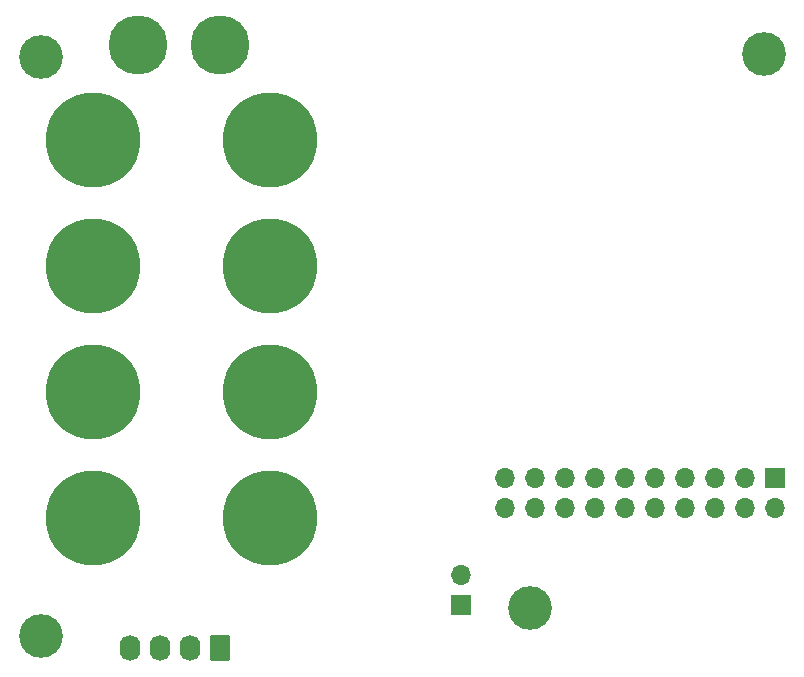
<source format=gbs>
%TF.GenerationSoftware,KiCad,Pcbnew,6.0.0-rc2*%
%TF.CreationDate,2022-01-03T19:22:05-08:00*%
%TF.ProjectId,acorn-power-electronics,61636f72-6e2d-4706-9f77-65722d656c65,rev?*%
%TF.SameCoordinates,Original*%
%TF.FileFunction,Soldermask,Bot*%
%TF.FilePolarity,Negative*%
%FSLAX46Y46*%
G04 Gerber Fmt 4.6, Leading zero omitted, Abs format (unit mm)*
G04 Created by KiCad (PCBNEW 6.0.0-rc2) date 2022-01-03 19:22:05*
%MOMM*%
%LPD*%
G01*
G04 APERTURE LIST*
G04 Aperture macros list*
%AMRoundRect*
0 Rectangle with rounded corners*
0 $1 Rounding radius*
0 $2 $3 $4 $5 $6 $7 $8 $9 X,Y pos of 4 corners*
0 Add a 4 corners polygon primitive as box body*
4,1,4,$2,$3,$4,$5,$6,$7,$8,$9,$2,$3,0*
0 Add four circle primitives for the rounded corners*
1,1,$1+$1,$2,$3*
1,1,$1+$1,$4,$5*
1,1,$1+$1,$6,$7*
1,1,$1+$1,$8,$9*
0 Add four rect primitives between the rounded corners*
20,1,$1+$1,$2,$3,$4,$5,0*
20,1,$1+$1,$4,$5,$6,$7,0*
20,1,$1+$1,$6,$7,$8,$9,0*
20,1,$1+$1,$8,$9,$2,$3,0*%
G04 Aperture macros list end*
%ADD10C,8.000000*%
%ADD11R,1.700000X1.700000*%
%ADD12O,1.700000X1.700000*%
%ADD13C,3.700000*%
%ADD14RoundRect,0.250000X0.620000X0.845000X-0.620000X0.845000X-0.620000X-0.845000X0.620000X-0.845000X0*%
%ADD15O,1.740000X2.190000*%
%ADD16C,5.000000*%
G04 APERTURE END LIST*
D10*
X70224000Y-129540000D03*
X85224000Y-129540000D03*
D11*
X128000000Y-126125000D03*
D12*
X128000000Y-128665000D03*
X125460000Y-126125000D03*
X125460000Y-128665000D03*
X122920000Y-126125000D03*
X122920000Y-128665000D03*
X120380000Y-126125000D03*
X120380000Y-128665000D03*
X117840000Y-126125000D03*
X117840000Y-128665000D03*
X115300000Y-126125000D03*
X115300000Y-128665000D03*
X112760000Y-126125000D03*
X112760000Y-128665000D03*
X110220000Y-126125000D03*
X110220000Y-128665000D03*
X107680000Y-126125000D03*
X107680000Y-128665000D03*
X105140000Y-126125000D03*
X105140000Y-128665000D03*
D13*
X65828000Y-139524000D03*
X127000000Y-90214000D03*
X65828000Y-90500000D03*
D11*
X101400000Y-136875000D03*
D12*
X101400000Y-134335000D03*
D10*
X70224000Y-118872000D03*
X85224000Y-118872000D03*
X70200000Y-108204000D03*
X85200000Y-108204000D03*
D13*
X107250000Y-137125000D03*
D10*
X70224000Y-97536000D03*
X85224000Y-97536000D03*
D14*
X81000000Y-140520000D03*
D15*
X78460000Y-140520000D03*
X75920000Y-140520000D03*
X73380000Y-140520000D03*
D16*
X81000000Y-89500000D03*
X74000000Y-89500000D03*
M02*

</source>
